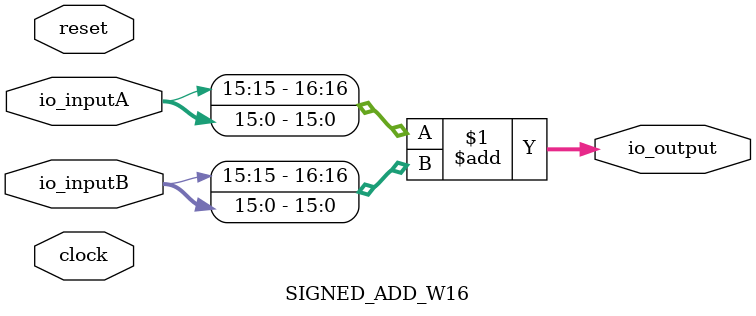
<source format=v>
module SIGNED_ADD_W16(	// file.cleaned.mlir:2:3
  input         clock,	// file.cleaned.mlir:2:32
                reset,	// file.cleaned.mlir:2:48
  input  [15:0] io_inputA,	// file.cleaned.mlir:2:64
                io_inputB,	// file.cleaned.mlir:2:85
  output [16:0] io_output	// file.cleaned.mlir:2:107
);

  assign io_output = {io_inputA[15], io_inputA} + {io_inputB[15], io_inputB};	// file.cleaned.mlir:3:10, :4:10, :5:10, :6:10, :7:10, :8:5
endmodule


</source>
